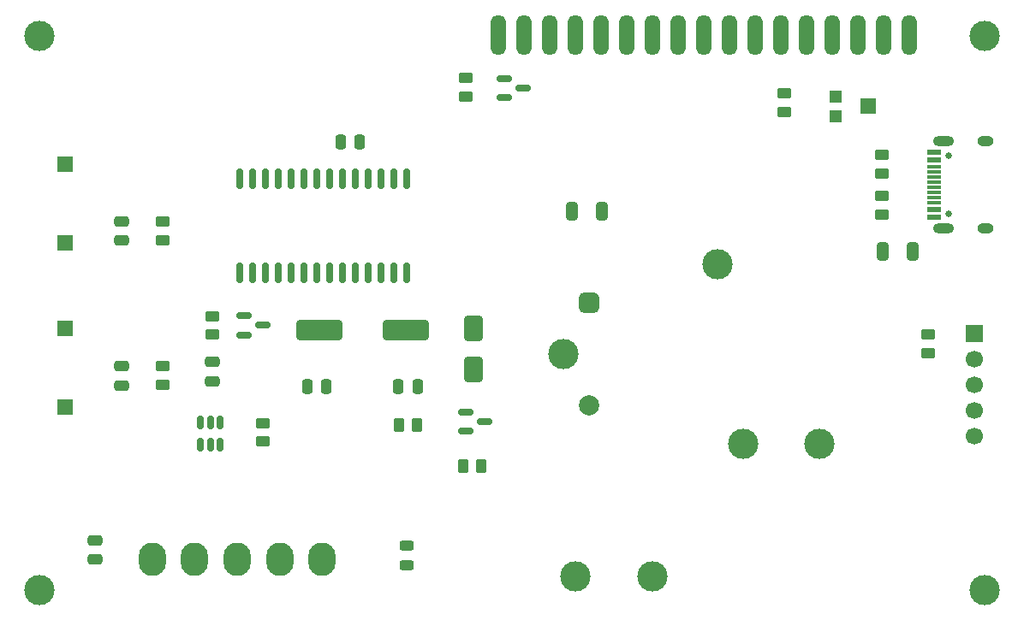
<source format=gts>
G04 #@! TF.GenerationSoftware,KiCad,Pcbnew,9.0.2*
G04 #@! TF.CreationDate,2025-09-26T20:13:01+02:00*
G04 #@! TF.ProjectId,TeslaBMBCheck,5465736c-6142-44d4-9243-6865636b2e6b,1.1*
G04 #@! TF.SameCoordinates,Original*
G04 #@! TF.FileFunction,Soldermask,Top*
G04 #@! TF.FilePolarity,Negative*
%FSLAX46Y46*%
G04 Gerber Fmt 4.6, Leading zero omitted, Abs format (unit mm)*
G04 Created by KiCad (PCBNEW 9.0.2) date 2025-09-26 20:13:01*
%MOMM*%
%LPD*%
G01*
G04 APERTURE LIST*
G04 Aperture macros list*
%AMRoundRect*
0 Rectangle with rounded corners*
0 $1 Rounding radius*
0 $2 $3 $4 $5 $6 $7 $8 $9 X,Y pos of 4 corners*
0 Add a 4 corners polygon primitive as box body*
4,1,4,$2,$3,$4,$5,$6,$7,$8,$9,$2,$3,0*
0 Add four circle primitives for the rounded corners*
1,1,$1+$1,$2,$3*
1,1,$1+$1,$4,$5*
1,1,$1+$1,$6,$7*
1,1,$1+$1,$8,$9*
0 Add four rect primitives between the rounded corners*
20,1,$1+$1,$2,$3,$4,$5,0*
20,1,$1+$1,$4,$5,$6,$7,0*
20,1,$1+$1,$6,$7,$8,$9,0*
20,1,$1+$1,$8,$9,$2,$3,0*%
G04 Aperture macros list end*
%ADD10RoundRect,0.150000X-0.587500X-0.150000X0.587500X-0.150000X0.587500X0.150000X-0.587500X0.150000X0*%
%ADD11C,3.000000*%
%ADD12RoundRect,0.250000X0.450000X-0.262500X0.450000X0.262500X-0.450000X0.262500X-0.450000X-0.262500X0*%
%ADD13RoundRect,0.243750X0.456250X-0.243750X0.456250X0.243750X-0.456250X0.243750X-0.456250X-0.243750X0*%
%ADD14RoundRect,0.250000X0.325000X0.650000X-0.325000X0.650000X-0.325000X-0.650000X0.325000X-0.650000X0*%
%ADD15RoundRect,0.250000X-0.250000X-0.475000X0.250000X-0.475000X0.250000X0.475000X-0.250000X0.475000X0*%
%ADD16RoundRect,0.250000X0.475000X-0.250000X0.475000X0.250000X-0.475000X0.250000X-0.475000X-0.250000X0*%
%ADD17RoundRect,0.250000X-0.450000X0.262500X-0.450000X-0.262500X0.450000X-0.262500X0.450000X0.262500X0*%
%ADD18RoundRect,0.250000X-2.000000X-0.750000X2.000000X-0.750000X2.000000X0.750000X-2.000000X0.750000X0*%
%ADD19RoundRect,0.250000X0.262500X0.450000X-0.262500X0.450000X-0.262500X-0.450000X0.262500X-0.450000X0*%
%ADD20RoundRect,0.250000X-0.650000X1.000000X-0.650000X-1.000000X0.650000X-1.000000X0.650000X1.000000X0*%
%ADD21R,1.500000X1.500000*%
%ADD22RoundRect,0.150000X0.150000X-0.512500X0.150000X0.512500X-0.150000X0.512500X-0.150000X-0.512500X0*%
%ADD23O,2.700000X3.300000*%
%ADD24RoundRect,0.250000X-0.262500X-0.450000X0.262500X-0.450000X0.262500X0.450000X-0.262500X0.450000X0*%
%ADD25R,1.200000X1.200000*%
%ADD26R,1.500000X1.600000*%
%ADD27RoundRect,0.250000X-0.475000X0.250000X-0.475000X-0.250000X0.475000X-0.250000X0.475000X0.250000X0*%
%ADD28RoundRect,0.250000X-0.325000X-0.650000X0.325000X-0.650000X0.325000X0.650000X-0.325000X0.650000X0*%
%ADD29R,1.700000X1.700000*%
%ADD30C,1.700000*%
%ADD31RoundRect,0.150000X0.150000X-0.875000X0.150000X0.875000X-0.150000X0.875000X-0.150000X-0.875000X0*%
%ADD32RoundRect,0.500000X0.500000X0.500000X-0.500000X0.500000X-0.500000X-0.500000X0.500000X-0.500000X0*%
%ADD33C,2.000000*%
%ADD34C,0.650000*%
%ADD35R,1.450000X0.600000*%
%ADD36R,1.450000X0.300000*%
%ADD37O,2.100000X1.000000*%
%ADD38O,1.600000X1.000000*%
%ADD39O,1.501140X4.000500*%
G04 APERTURE END LIST*
D10*
X124206000Y-54488000D03*
X124206000Y-56388000D03*
X126081000Y-55438000D03*
D11*
X78232000Y-105156000D03*
D12*
X166116000Y-81684500D03*
X166116000Y-79859500D03*
D13*
X114503200Y-102662200D03*
X114503200Y-100787200D03*
D14*
X164543000Y-71628000D03*
X161593000Y-71628000D03*
D12*
X161544000Y-67968500D03*
X161544000Y-66143500D03*
D15*
X108016000Y-60755000D03*
X109916000Y-60755000D03*
D12*
X151892000Y-57808500D03*
X151892000Y-55983500D03*
D16*
X86360000Y-70526000D03*
X86360000Y-68626000D03*
D12*
X95328500Y-79857500D03*
X95328500Y-78032500D03*
D15*
X113724000Y-85041000D03*
X115624000Y-85041000D03*
D17*
X120396000Y-54459500D03*
X120396000Y-56284500D03*
D10*
X98455000Y-77995000D03*
X98455000Y-79895000D03*
X100330000Y-78945000D03*
D18*
X105918000Y-79453000D03*
X114418000Y-79453000D03*
D19*
X115593500Y-88851000D03*
X113768500Y-88851000D03*
D16*
X86360000Y-84897000D03*
X86360000Y-82997000D03*
D10*
X120396000Y-87508000D03*
X120396000Y-89408000D03*
X122271000Y-88458000D03*
D20*
X121158000Y-79280000D03*
X121158000Y-83280000D03*
D11*
X171704000Y-50292000D03*
D17*
X100330000Y-88622500D03*
X100330000Y-90447500D03*
D12*
X161544000Y-63904500D03*
X161544000Y-62079500D03*
X90424000Y-84836000D03*
X90424000Y-83011000D03*
D21*
X80772000Y-87048000D03*
X80772000Y-79248000D03*
D22*
X94173000Y-90799500D03*
X95123000Y-90799500D03*
X96073000Y-90799500D03*
X96073000Y-88524500D03*
X95123000Y-88524500D03*
X94173000Y-88524500D03*
D11*
X131191000Y-103822000D03*
X138811000Y-103822000D03*
D23*
X89372000Y-102108000D03*
X93572000Y-102108000D03*
X97772000Y-102108000D03*
X101972000Y-102108000D03*
X106172000Y-102108000D03*
D24*
X120118500Y-92837000D03*
X121943500Y-92837000D03*
D25*
X156918000Y-56270000D03*
D26*
X160168000Y-57270000D03*
D25*
X156918000Y-58270000D03*
D15*
X104712000Y-85041000D03*
X106612000Y-85041000D03*
D11*
X78232000Y-50292000D03*
D17*
X90424000Y-68683500D03*
X90424000Y-70508500D03*
D11*
X171704000Y-105156000D03*
D21*
X80772000Y-70792000D03*
X80772000Y-62992000D03*
D27*
X95328500Y-82567000D03*
X95328500Y-84467000D03*
D28*
X130859000Y-67665600D03*
X133809000Y-67665600D03*
D16*
X83693000Y-102103000D03*
X83693000Y-100203000D03*
D29*
X170688000Y-79756000D03*
D30*
X170688000Y-82296000D03*
X170688000Y-84836000D03*
X170688000Y-87376000D03*
X170688000Y-89916000D03*
D31*
X98044000Y-73738000D03*
X99314000Y-73738000D03*
X100584000Y-73738000D03*
X101854000Y-73738000D03*
X103124000Y-73738000D03*
X104394000Y-73738000D03*
X105664000Y-73738000D03*
X106934000Y-73738000D03*
X108204000Y-73738000D03*
X109474000Y-73738000D03*
X110744000Y-73738000D03*
X112014000Y-73738000D03*
X113284000Y-73738000D03*
X114554000Y-73738000D03*
X114554000Y-64438000D03*
X113284000Y-64438000D03*
X112014000Y-64438000D03*
X110744000Y-64438000D03*
X109474000Y-64438000D03*
X108204000Y-64438000D03*
X106934000Y-64438000D03*
X105664000Y-64438000D03*
X104394000Y-64438000D03*
X103124000Y-64438000D03*
X101854000Y-64438000D03*
X100584000Y-64438000D03*
X99314000Y-64438000D03*
X98044000Y-64438000D03*
D11*
X130046000Y-81796000D03*
X145246000Y-72896000D03*
X155386000Y-90696000D03*
X147786000Y-90696000D03*
D32*
X132586000Y-76696000D03*
D33*
X132586000Y-86896000D03*
D34*
X168142000Y-67914000D03*
X168142000Y-62134000D03*
D35*
X166697000Y-68249000D03*
X166697000Y-67474000D03*
D36*
X166697000Y-66774000D03*
X166697000Y-66274000D03*
X166697000Y-65774000D03*
X166697000Y-65274000D03*
X166697000Y-64774000D03*
X166697000Y-64274000D03*
X166697000Y-63774000D03*
X166697000Y-63274000D03*
D35*
X166697000Y-62574000D03*
X166697000Y-61799000D03*
D37*
X167612000Y-69344000D03*
D38*
X171792000Y-69344000D03*
D37*
X167612000Y-60704000D03*
D38*
X171792000Y-60704000D03*
D39*
X123633800Y-50205860D03*
X164273800Y-50205860D03*
X161733800Y-50205860D03*
X159193800Y-50205860D03*
X156653800Y-50205860D03*
X154113800Y-50205860D03*
X151573800Y-50205860D03*
X149033800Y-50205860D03*
X146493800Y-50205860D03*
X143953800Y-50205860D03*
X141413800Y-50205860D03*
X138873800Y-50205860D03*
X136333800Y-50205860D03*
X133793800Y-50205860D03*
X131253800Y-50205860D03*
X128713800Y-50205860D03*
X126173800Y-50205860D03*
M02*

</source>
